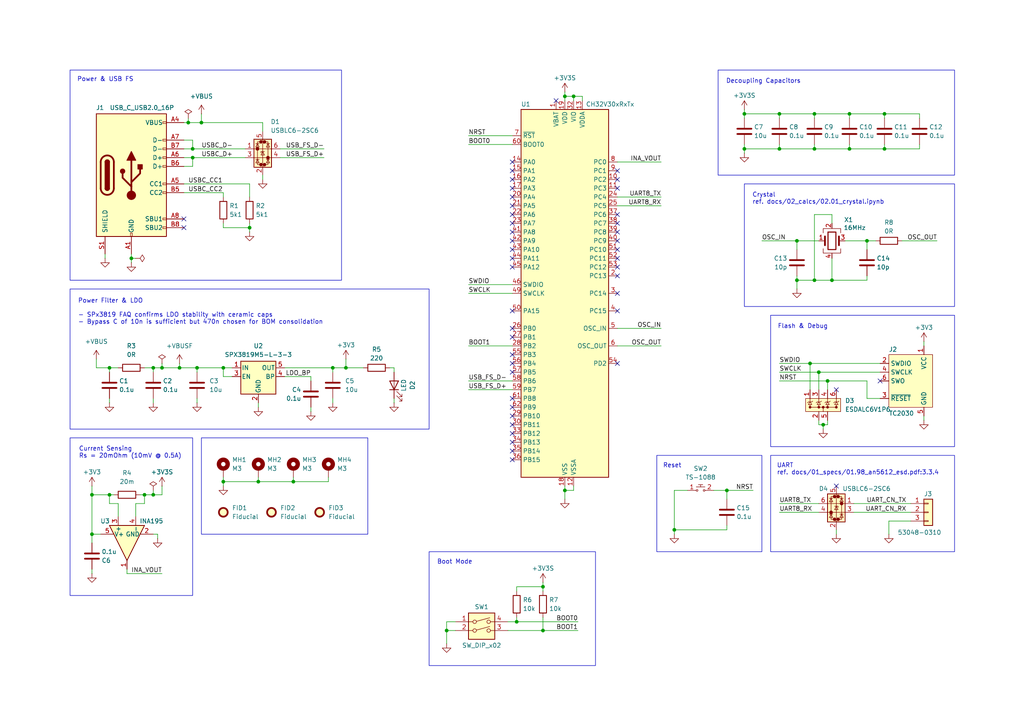
<source format=kicad_sch>
(kicad_sch (version 20250114) (generator "eeschema") (generator_version "9.0")
  (paper "A4")
  (title_block (title "CH32 Baseboard") (date "2025-12-09") (rev "B"))
  (rectangle (start 58.42 127) (end 106.68 154.94))
  (rectangle (start 223.52 91.44) (end 276.86 129.54))
  (rectangle (start 190.5 132.08) (end 220.98 160.02))
  (rectangle (start 223.52 132.08) (end 276.86 160.02))
  (rectangle (start 20.32 83.82) (end 124.46 124.46))
  (rectangle (start 20.32 127) (end 55.88 172.72))
  (rectangle (start 20.32 20.32) (end 99.06 81.28))
  (rectangle (start 208.28 20.32) (end 276.86 50.8))
  (rectangle (start 124.46 160.02) (end 172.72 193.04))
  (rectangle (start 215.9 53.34) (end 276.86 88.9))
  (text "UART\nref. docs/01_specs/01.98_an5612_esd.pdf:3.3.4" (at 225.298 134.366 0) (effects (font (size 1.27 1.27)) (justify left top)))
  (text "Current Sensing\nRs = 20mOhm (10mV @ 0.5A)" (at 22.86 129.54 0) (effects (font (size 1.27 1.27)) (justify left top)))
  (text "Reset" (at 192.278 134.366 0) (effects (font (size 1.27 1.27)) (justify left top)))
  (text "Crystal\nref. docs/02_calcs/02.01_crystal.ipynb" (at 218.186 55.88 0) (effects (font (size 1.27 1.27)) (justify left top)))
  (text "Power & USB FS" (at 22.352 22.352 0) (effects (font (size 1.27 1.27)) (justify left top)))
  (text "Decoupling Capacitors" (at 210.566 22.86 0) (effects (font (size 1.27 1.27)) (justify left top)))
  (text "Boot Mode" (at 126.746 162.306 0) (effects (font (size 1.27 1.27)) (justify left top)))
  (text "Flash & Debug" (at 225.552 93.98 0) (effects (font (size 1.27 1.27)) (justify left top)))
  (text "Power Filter & LDO\n\n- SPx3819 FAQ confirms LDO stability with ceramic caps\n- Bypass C of 10n is sufficient but 470n chosen for BOM consolidation" (at 22.606 86.614 0) (effects (font (size 1.27 1.27)) (justify left top)))
  (junction (at 246.38 33.02))
  (junction (at 231.14 81.28))
  (junction (at 240.03 110.49))
  (junction (at 256.54 43.18))
  (junction (at 226.06 33.02))
  (junction (at 64.77 139.7))
  (junction (at 129.54 182.88))
  (junction (at 236.22 43.18))
  (junction (at 256.54 33.02))
  (junction (at 85.09 139.7))
  (junction (at 44.45 143.51))
  (junction (at 234.95 105.41))
  (junction (at 31.75 143.51))
  (junction (at 31.75 106.68))
  (junction (at 231.14 69.85))
  (junction (at 149.86 180.34))
  (junction (at 237.49 107.95))
  (junction (at 44.45 106.68))
  (junction (at 41.91 143.51))
  (junction (at 64.77 106.68))
  (junction (at 226.06 43.18))
  (junction (at 58.42 35.56))
  (junction (at 163.83 27.94))
  (junction (at 166.37 27.94))
  (junction (at 215.9 33.02))
  (junction (at 74.93 139.7))
  (junction (at 38.1 74.93))
  (junction (at 210.82 142.24))
  (junction (at 163.83 142.24))
  (junction (at 157.48 182.88))
  (junction (at 251.46 69.85))
  (junction (at 246.38 43.18))
  (junction (at 157.48 170.18))
  (junction (at 54.61 35.56))
  (junction (at 46.99 106.68))
  (junction (at 57.15 106.68))
  (junction (at 236.22 33.02))
  (junction (at 241.3 81.28))
  (junction (at 72.39 66.04))
  (junction (at 195.58 153.67))
  (junction (at 52.07 106.68))
  (junction (at 100.33 106.68))
  (junction (at 26.67 143.51))
  (junction (at 26.67 154.94))
  (junction (at 238.76 123.19))
  (junction (at 236.22 81.28))
  (junction (at 215.9 43.18))
  (junction (at 55.88 45.72))
  (junction (at 96.52 106.68))
  (junction (at 55.88 43.18))
  (no_connect (at 53.34 66.04))
  (no_connect (at 179.07 54.61))
  (no_connect (at 179.07 67.31))
  (no_connect (at 161.29 29.21))
  (no_connect (at 148.59 107.95))
  (no_connect (at 148.59 105.41))
  (no_connect (at 179.07 72.39))
  (no_connect (at 179.07 90.17))
  (no_connect (at 179.07 69.85))
  (no_connect (at 179.07 105.41))
  (no_connect (at 148.59 67.31))
  (no_connect (at 148.59 57.15))
  (no_connect (at 148.59 120.65))
  (no_connect (at 242.57 113.03))
  (no_connect (at 148.59 133.35))
  (no_connect (at 148.59 123.19))
  (no_connect (at 148.59 128.27))
  (no_connect (at 242.57 140.97))
  (no_connect (at 148.59 49.53))
  (no_connect (at 148.59 102.87))
  (no_connect (at 148.59 62.23))
  (no_connect (at 53.34 63.5))
  (no_connect (at 148.59 118.11))
  (no_connect (at 255.27 110.49))
  (no_connect (at 179.07 74.93))
  (no_connect (at 148.59 77.47))
  (no_connect (at 148.59 69.85))
  (no_connect (at 179.07 77.47))
  (no_connect (at 148.59 59.69))
  (no_connect (at 148.59 64.77))
  (no_connect (at 148.59 125.73))
  (no_connect (at 179.07 80.01))
  (no_connect (at 148.59 74.93))
  (no_connect (at 148.59 130.81))
  (no_connect (at 148.59 72.39))
  (no_connect (at 179.07 85.09))
  (no_connect (at 148.59 95.25))
  (no_connect (at 148.59 90.17))
  (no_connect (at 148.59 97.79))
  (no_connect (at 148.59 52.07))
  (no_connect (at 179.07 62.23))
  (no_connect (at 179.07 49.53))
  (no_connect (at 179.07 52.07))
  (no_connect (at 148.59 46.99))
  (no_connect (at 179.07 64.77))
  (no_connect (at 148.59 54.61))
  (no_connect (at 148.59 115.57))
  (wire (pts (xy 39.37 149.86) (xy 39.37 146.05)))
  (wire (pts (xy 100.33 104.14) (xy 100.33 106.68)))
  (wire (pts (xy 31.75 106.68) (xy 31.75 107.95)))
  (wire (pts (xy 82.55 106.68) (xy 96.52 106.68)))
  (wire (pts (xy 266.7 41.91) (xy 266.7 43.18)))
  (wire (pts (xy 54.61 35.56) (xy 58.42 35.56)))
  (wire (pts (xy 55.88 40.64) (xy 55.88 43.18)))
  (wire (pts (xy 38.1 74.93) (xy 38.1 76.2)))
  (wire (pts (xy 237.49 107.95) (xy 237.49 113.03)))
  (wire (pts (xy 41.91 143.51) (xy 44.45 143.51)))
  (wire (pts (xy 163.83 140.97) (xy 163.83 142.24)))
  (wire (pts (xy 72.39 66.04) (xy 72.39 67.31)))
  (wire (pts (xy 90.17 109.22) (xy 90.17 110.49)))
  (wire (pts (xy 64.77 138.43) (xy 64.77 139.7)))
  (wire (pts (xy 236.22 43.18) (xy 226.06 43.18)))
  (wire (pts (xy 76.2 38.1) (xy 76.2 35.56)))
  (wire (pts (xy 149.86 171.45) (xy 149.86 170.18)))
  (wire (pts (xy 251.46 69.85) (xy 254 69.85)))
  (wire (pts (xy 215.9 31.75) (xy 215.9 33.02)))
  (wire (pts (xy 46.99 143.51) (xy 46.99 140.97)))
  (wire (pts (xy 96.52 106.68) (xy 100.33 106.68)))
  (wire (pts (xy 267.97 99.06) (xy 267.97 100.33)))
  (wire (pts (xy 256.54 41.91) (xy 256.54 43.18)))
  (wire (pts (xy 34.29 146.05) (xy 31.75 146.05)))
  (wire (pts (xy 168.91 27.94) (xy 166.37 27.94)))
  (wire (pts (xy 147.32 182.88) (xy 157.48 182.88)))
  (wire (pts (xy 236.22 41.91) (xy 236.22 43.18)))
  (wire (pts (xy 267.97 120.65) (xy 267.97 121.92)))
  (wire (pts (xy 195.58 142.24) (xy 199.39 142.24)))
  (wire (pts (xy 58.42 33.02) (xy 58.42 35.56)))
  (wire (pts (xy 234.95 105.41) (xy 234.95 113.03)))
  (wire (pts (xy 247.65 148.59) (xy 264.16 148.59)))
  (wire (pts (xy 129.54 180.34) (xy 129.54 182.88)))
  (wire (pts (xy 226.06 33.02) (xy 215.9 33.02)))
  (wire (pts (xy 163.83 27.94) (xy 163.83 29.21)))
  (wire (pts (xy 166.37 27.94) (xy 163.83 27.94)))
  (wire (pts (xy 135.89 113.03) (xy 148.59 113.03)))
  (wire (pts (xy 53.34 40.64) (xy 55.88 40.64)))
  (wire (pts (xy 215.9 43.18) (xy 226.06 43.18)))
  (wire (pts (xy 157.48 168.91) (xy 157.48 170.18)))
  (wire (pts (xy 247.65 146.05) (xy 264.16 146.05)))
  (wire (pts (xy 64.77 55.88) (xy 64.77 57.15)))
  (wire (pts (xy 226.06 146.05) (xy 237.49 146.05)))
  (wire (pts (xy 256.54 34.29) (xy 256.54 33.02)))
  (wire (pts (xy 132.08 180.34) (xy 129.54 180.34)))
  (wire (pts (xy 39.37 146.05) (xy 41.91 146.05)))
  (wire (pts (xy 210.82 144.78) (xy 210.82 142.24)))
  (wire (pts (xy 256.54 33.02) (xy 246.38 33.02)))
  (wire (pts (xy 231.14 69.85) (xy 237.49 69.85)))
  (wire (pts (xy 44.45 143.51) (xy 46.99 143.51)))
  (wire (pts (xy 241.3 62.23) (xy 236.22 62.23)))
  (wire (pts (xy 251.46 110.49) (xy 251.46 115.57)))
  (wire (pts (xy 149.86 170.18) (xy 157.48 170.18)))
  (wire (pts (xy 226.06 33.02) (xy 226.06 34.29)))
  (wire (pts (xy 64.77 64.77) (xy 64.77 66.04)))
  (wire (pts (xy 149.86 180.34) (xy 167.64 180.34)))
  (wire (pts (xy 82.55 109.22) (xy 90.17 109.22)))
  (wire (pts (xy 81.28 45.72) (xy 93.98 45.72)))
  (wire (pts (xy 135.89 100.33) (xy 148.59 100.33)))
  (wire (pts (xy 135.89 39.37) (xy 148.59 39.37)))
  (wire (pts (xy 46.99 106.68) (xy 52.07 106.68)))
  (wire (pts (xy 237.49 107.95) (xy 255.27 107.95)))
  (wire (pts (xy 30.48 73.66) (xy 30.48 74.93)))
  (wire (pts (xy 26.67 157.48) (xy 26.67 154.94)))
  (wire (pts (xy 41.91 146.05) (xy 41.91 143.51)))
  (wire (pts (xy 135.89 41.91) (xy 148.59 41.91)))
  (wire (pts (xy 261.62 69.85) (xy 271.78 69.85)))
  (wire (pts (xy 215.9 41.91) (xy 215.9 43.18)))
  (wire (pts (xy 85.09 138.43) (xy 85.09 139.7)))
  (wire (pts (xy 251.46 115.57) (xy 255.27 115.57)))
  (wire (pts (xy 231.14 69.85) (xy 231.14 72.39)))
  (wire (pts (xy 31.75 115.57) (xy 31.75 116.84)))
  (wire (pts (xy 149.86 180.34) (xy 147.32 180.34)))
  (wire (pts (xy 241.3 81.28) (xy 236.22 81.28)))
  (wire (pts (xy 46.99 105.41) (xy 46.99 106.68)))
  (wire (pts (xy 237.49 121.92) (xy 237.49 123.19)))
  (wire (pts (xy 241.3 74.93) (xy 241.3 81.28)))
  (wire (pts (xy 31.75 146.05) (xy 31.75 143.51)))
  (wire (pts (xy 96.52 106.68) (xy 96.52 107.95)))
  (wire (pts (xy 226.06 110.49) (xy 240.03 110.49)))
  (wire (pts (xy 157.48 182.88) (xy 167.64 182.88)))
  (wire (pts (xy 166.37 29.21) (xy 166.37 27.94)))
  (wire (pts (xy 64.77 66.04) (xy 72.39 66.04)))
  (wire (pts (xy 53.34 48.26) (xy 55.88 48.26)))
  (wire (pts (xy 257.81 151.13) (xy 264.16 151.13)))
  (wire (pts (xy 210.82 142.24) (xy 218.44 142.24)))
  (wire (pts (xy 57.15 106.68) (xy 64.77 106.68)))
  (wire (pts (xy 135.89 85.09) (xy 148.59 85.09)))
  (wire (pts (xy 179.07 100.33) (xy 191.77 100.33)))
  (wire (pts (xy 231.14 81.28) (xy 231.14 83.82)))
  (wire (pts (xy 207.01 142.24) (xy 210.82 142.24)))
  (wire (pts (xy 238.76 123.19) (xy 240.03 123.19)))
  (wire (pts (xy 44.45 106.68) (xy 44.45 107.95)))
  (wire (pts (xy 240.03 110.49) (xy 251.46 110.49)))
  (wire (pts (xy 231.14 80.01) (xy 231.14 81.28)))
  (wire (pts (xy 74.93 138.43) (xy 74.93 139.7)))
  (wire (pts (xy 129.54 182.88) (xy 132.08 182.88)))
  (wire (pts (xy 95.25 138.43) (xy 95.25 139.7)))
  (wire (pts (xy 236.22 62.23) (xy 236.22 81.28)))
  (wire (pts (xy 157.48 170.18) (xy 157.48 171.45)))
  (wire (pts (xy 34.29 149.86) (xy 34.29 146.05)))
  (wire (pts (xy 36.83 166.37) (xy 46.99 166.37)))
  (wire (pts (xy 220.98 69.85) (xy 231.14 69.85)))
  (wire (pts (xy 55.88 48.26) (xy 55.88 45.72)))
  (wire (pts (xy 266.7 43.18) (xy 256.54 43.18)))
  (wire (pts (xy 179.07 57.15) (xy 191.77 57.15)))
  (wire (pts (xy 251.46 81.28) (xy 241.3 81.28)))
  (wire (pts (xy 246.38 34.29) (xy 246.38 33.02)))
  (wire (pts (xy 26.67 154.94) (xy 29.21 154.94)))
  (wire (pts (xy 246.38 43.18) (xy 236.22 43.18)))
  (wire (pts (xy 64.77 109.22) (xy 64.77 106.68)))
  (wire (pts (xy 241.3 64.77) (xy 241.3 62.23)))
  (wire (pts (xy 179.07 59.69) (xy 191.77 59.69)))
  (wire (pts (xy 27.94 106.68) (xy 31.75 106.68)))
  (wire (pts (xy 85.09 139.7) (xy 95.25 139.7)))
  (wire (pts (xy 52.07 106.68) (xy 57.15 106.68)))
  (wire (pts (xy 215.9 43.18) (xy 215.9 44.45)))
  (wire (pts (xy 135.89 82.55) (xy 148.59 82.55)))
  (wire (pts (xy 246.38 41.91) (xy 246.38 43.18)))
  (wire (pts (xy 38.1 74.93) (xy 39.37 74.93)))
  (wire (pts (xy 179.07 46.99) (xy 191.77 46.99)))
  (wire (pts (xy 114.3 107.95) (xy 114.3 106.68)))
  (wire (pts (xy 234.95 105.41) (xy 255.27 105.41)))
  (wire (pts (xy 40.64 143.51) (xy 41.91 143.51)))
  (wire (pts (xy 44.45 106.68) (xy 46.99 106.68)))
  (wire (pts (xy 226.06 105.41) (xy 234.95 105.41)))
  (wire (pts (xy 44.45 115.57) (xy 44.45 116.84)))
  (wire (pts (xy 55.88 45.72) (xy 71.12 45.72)))
  (wire (pts (xy 114.3 106.68) (xy 113.03 106.68)))
  (wire (pts (xy 226.06 107.95) (xy 237.49 107.95)))
  (wire (pts (xy 157.48 182.88) (xy 157.48 179.07)))
  (wire (pts (xy 27.94 104.14) (xy 27.94 106.68)))
  (wire (pts (xy 163.83 142.24) (xy 163.83 144.78)))
  (wire (pts (xy 64.77 106.68) (xy 67.31 106.68)))
  (wire (pts (xy 64.77 139.7) (xy 64.77 140.97)))
  (wire (pts (xy 195.58 153.67) (xy 210.82 153.67)))
  (wire (pts (xy 57.15 107.95) (xy 57.15 106.68)))
  (wire (pts (xy 26.67 143.51) (xy 31.75 143.51)))
  (wire (pts (xy 44.45 154.94) (xy 45.72 154.94)))
  (wire (pts (xy 57.15 115.57) (xy 57.15 116.84)))
  (wire (pts (xy 251.46 69.85) (xy 251.46 72.39)))
  (wire (pts (xy 242.57 153.67) (xy 242.57 154.94)))
  (wire (pts (xy 53.34 55.88) (xy 64.77 55.88)))
  (wire (pts (xy 236.22 81.28) (xy 231.14 81.28)))
  (wire (pts (xy 237.49 123.19) (xy 238.76 123.19)))
  (wire (pts (xy 74.93 116.84) (xy 74.93 118.11)))
  (wire (pts (xy 251.46 80.01) (xy 251.46 81.28)))
  (wire (pts (xy 166.37 142.24) (xy 163.83 142.24)))
  (wire (pts (xy 240.03 110.49) (xy 240.03 113.03)))
  (wire (pts (xy 55.88 43.18) (xy 71.12 43.18)))
  (wire (pts (xy 74.93 139.7) (xy 85.09 139.7)))
  (wire (pts (xy 41.91 106.68) (xy 44.45 106.68)))
  (wire (pts (xy 168.91 29.21) (xy 168.91 27.94)))
  (wire (pts (xy 38.1 73.66) (xy 38.1 74.93)))
  (wire (pts (xy 52.07 105.41) (xy 52.07 106.68)))
  (wire (pts (xy 55.88 45.72) (xy 53.34 45.72)))
  (wire (pts (xy 215.9 33.02) (xy 215.9 34.29)))
  (wire (pts (xy 64.77 139.7) (xy 74.93 139.7)))
  (wire (pts (xy 36.83 165.1) (xy 36.83 166.37)))
  (wire (pts (xy 246.38 33.02) (xy 236.22 33.02)))
  (wire (pts (xy 238.76 123.19) (xy 238.76 124.46)))
  (wire (pts (xy 266.7 33.02) (xy 256.54 33.02)))
  (wire (pts (xy 54.61 34.29) (xy 54.61 35.56)))
  (wire (pts (xy 135.89 110.49) (xy 148.59 110.49)))
  (wire (pts (xy 114.3 115.57) (xy 114.3 116.84)))
  (wire (pts (xy 45.72 154.94) (xy 45.72 156.21)))
  (wire (pts (xy 90.17 118.11) (xy 90.17 119.38)))
  (wire (pts (xy 149.86 179.07) (xy 149.86 180.34)))
  (wire (pts (xy 44.45 142.24) (xy 44.45 143.51)))
  (wire (pts (xy 257.81 154.94) (xy 257.81 151.13)))
  (wire (pts (xy 53.34 53.34) (xy 72.39 53.34)))
  (wire (pts (xy 129.54 186.69) (xy 129.54 182.88)))
  (wire (pts (xy 195.58 142.24) (xy 195.58 153.67)))
  (wire (pts (xy 67.31 109.22) (xy 64.77 109.22)))
  (wire (pts (xy 226.06 41.91) (xy 226.06 43.18)))
  (wire (pts (xy 195.58 153.67) (xy 195.58 154.94)))
  (wire (pts (xy 76.2 50.8) (xy 76.2 52.07)))
  (wire (pts (xy 55.88 43.18) (xy 53.34 43.18)))
  (wire (pts (xy 236.22 33.02) (xy 226.06 33.02)))
  (wire (pts (xy 26.67 165.1) (xy 26.67 166.37)))
  (wire (pts (xy 81.28 43.18) (xy 93.98 43.18)))
  (wire (pts (xy 26.67 143.51) (xy 26.67 154.94)))
  (wire (pts (xy 240.03 123.19) (xy 240.03 121.92)))
  (wire (pts (xy 236.22 34.29) (xy 236.22 33.02)))
  (wire (pts (xy 266.7 34.29) (xy 266.7 33.02)))
  (wire (pts (xy 166.37 140.97) (xy 166.37 142.24)))
  (wire (pts (xy 163.83 26.67) (xy 163.83 27.94)))
  (wire (pts (xy 251.46 69.85) (xy 245.11 69.85)))
  (wire (pts (xy 26.67 140.97) (xy 26.67 143.51)))
  (wire (pts (xy 58.42 35.56) (xy 76.2 35.56)))
  (wire (pts (xy 72.39 53.34) (xy 72.39 57.15)))
  (wire (pts (xy 96.52 115.57) (xy 96.52 116.84)))
  (wire (pts (xy 100.33 106.68) (xy 105.41 106.68)))
  (wire (pts (xy 226.06 148.59) (xy 237.49 148.59)))
  (wire (pts (xy 53.34 35.56) (xy 54.61 35.56)))
  (wire (pts (xy 34.29 106.68) (xy 31.75 106.68)))
  (wire (pts (xy 31.75 143.51) (xy 33.02 143.51)))
  (wire (pts (xy 256.54 43.18) (xy 246.38 43.18)))
  (wire (pts (xy 210.82 153.67) (xy 210.82 152.4)))
  (wire (pts (xy 179.07 95.25) (xy 191.77 95.25)))
  (wire (pts (xy 72.39 64.77) (xy 72.39 66.04)))
  (label "UART8_RX" (at 191.77 59.69 180))
  (label "USBC_D+" (at 58.42 45.72 0))
  (label "BOOT1" (at 167.64 182.88 180))
  (label "OSC_IN" (at 191.77 95.25 180))
  (label "UART_CN_RX" (at 262.89 148.59 180))
  (label "UART8_RX" (at 226.06 148.59 0))
  (label "USB_FS_D+" (at 135.89 113.03 0))
  (label "LDO_BP" (at 90.17 109.22 180))
  (label "USBC_CC2" (at 54.61 55.88 0))
  (label "UART8_TX" (at 226.06 146.05 0))
  (label "USB_FS_D+" (at 93.98 45.72 180))
  (label "NRST" (at 218.44 142.24 180))
  (label "BOOT0" (at 167.64 180.34 180))
  (label "UART8_TX" (at 191.77 57.15 180))
  (label "OSC_IN" (at 220.98 69.85 0))
  (label "USB_FS_D-" (at 135.89 110.49 0))
  (label "INA_VOUT" (at 46.99 166.37 180))
  (label "SWCLK" (at 226.06 107.95 0))
  (label "NRST" (at 226.06 110.49 0))
  (label "USBC_D-" (at 58.42 43.18 0))
  (label "SWDIO" (at 135.89 82.55 0))
  (label "INA_VOUT" (at 191.77 46.99 180))
  (label "SWDIO" (at 226.06 105.41 0))
  (label "USB_FS_D-" (at 93.98 43.18 180))
  (label "BOOT1" (at 135.89 100.33 0))
  (label "USBC_CC1" (at 54.61 53.34 0))
  (label "UART_CN_TX" (at 262.89 146.05 180))
  (label "SWCLK" (at 135.89 85.09 0))
  (label "OSC_OUT" (at 271.78 69.85 180))
  (label "NRST" (at 135.89 39.37 0))
  (label "BOOT0" (at 135.89 41.91 0))
  (label "OSC_OUT" (at 191.77 100.33 180))
  (symbol (lib_id "power:GND") (at 231.14 83.82 0) (unit 1)
    (property "Reference" "#PWR08" (effects (hide yes)))
    (property "Value" "GND" (effects (hide yes)))
    (property "Description" "Power symbol creates a global label with name \"GND\" , ground" (effects (hide yes)))
  )
  (symbol (lib_id "power:GND") (at 72.39 67.31 0) (mirror y) (unit 1)
    (property "Reference" "#PWR023" (effects (hide yes)))
    (property "Value" "GND" (effects (hide yes)))
    (property "Description" "Power symbol creates a global label with name \"GND\" , ground" (effects (hide yes)))
  )
  (symbol (lib_id "power:+3V3") (at 100.33 104.14 0) (unit 1)
    (property "Reference" "#PWR018" (effects (hide yes)))
    (property "Value" "+3V3" (at 100.33 100.076 0))
    (property "Description" "Power symbol creates a global label with name \"+3V3\"" (effects (hide yes)))
  )
  (symbol (lib_id "power:GND") (at 76.2 52.07 0) (mirror y) (unit 1)
    (property "Reference" "#PWR09" (effects (hide yes)))
    (property "Value" "GND" (effects (hide yes)))
    (property "Description" "Power symbol creates a global label with name \"GND\" , ground" (effects (hide yes)))
  )
  (symbol (lib_id "power:GND") (at 74.93 118.11 0) (unit 1)
    (property "Reference" "#PWR016" (effects (hide yes)))
    (property "Value" "GND" (effects (hide yes)))
    (property "Description" "Power symbol creates a global label with name \"GND\" , ground" (effects (hide yes)))
  )
  (symbol (lib_id "Device:C") (at 236.22 38.1 0) (unit 1)
    (property "Reference" "C9" (at 239.014 36.83 0) (effects (justify left)))
    (property "Value" "0.1u" (at 239.014 39.37 0) (effects (justify left)))
    (property "Footprint" "Capacitor_SMD:C_0402_1005Metric" (effects (hide yes)))
    (property "Description" "100nF 16V X7R ±10% 0402 Multilayer Ceramic Capacitors MLCC - SMD/SMT ROHS" (effects (hide yes)))
    (property "Manufacturer" "Samsung" (effects (hide yes)))
    (property "Manufacturer Part Number" "CL05B104KO5NNNC" (effects (hide yes)))
  )
  (symbol (lib_id "Device:C") (at 96.52 111.76 0) (unit 1)
    (property "Reference" "C5" (at 100.076 110.49 0) (effects (justify left)))
    (property "Value" "10u" (at 100.076 113.03 0) (effects (justify left)))
    (property "Footprint" "Capacitor_SMD:C_0805_2012Metric" (effects (hide yes)))
    (property "Description" "10uF 25V X5R ±10% 0805 Multilayer Ceramic Capacitors MLCC - SMD/SMT ROHS" (effects (hide yes)))
    (property "Manufacturer" "Samsung" (effects (hide yes)))
    (property "Manufacturer Part Number" "CL21A106KAYNNNE" (effects (hide yes)))
  )
  (symbol (lib_id "power:GND") (at 114.3 116.84 0) (unit 1)
    (property "Reference" "#PWR033" (effects (hide yes)))
    (property "Value" "GND" (effects (hide yes)))
    (property "Description" "Power symbol creates a global label with name \"GND\" , ground" (effects (hide yes)))
  )
  (symbol (lib_id "power:GND") (at 238.76 124.46 0) (mirror y) (unit 1)
    (property "Reference" "#PWR026" (effects (hide yes)))
    (property "Value" "GND" (effects (hide yes)))
    (property "Description" "Power symbol creates a global label with name \"GND\" , ground" (effects (hide yes)))
  )
  (symbol (lib_id "Device:C") (at 26.67 161.29 0) (mirror x) (unit 1)
    (property "Reference" "C6" (at 29.464 162.56 0) (effects (justify left)))
    (property "Value" "0.1u" (at 29.464 160.02 0) (effects (justify left)))
    (property "Footprint" "Capacitor_SMD:C_0402_1005Metric" (effects (hide yes)))
    (property "Description" "100nF 16V X7R ±10% 0402 Multilayer Ceramic Capacitors MLCC - SMD/SMT ROHS" (effects (hide yes)))
    (property "Manufacturer" "Samsung" (effects (hide yes)))
    (property "Manufacturer Part Number" "CL05B104KO5NNNC" (effects (hide yes)))
  )
  (symbol (lib_id "power:+3V3") (at 157.48 168.91 0) (unit 1)
    (property "Reference" "#PWR07" (effects (hide yes)))
    (property "Value" "+3V3S" (at 157.48 164.846 0))
    (property "Description" "Power symbol creates a global label with name \"+3V3\"" (effects (hide yes)))
  )
  (symbol (lib_id "Power_Protection:USBLC6-2SC6") (at 76.2 43.18 0) (unit 1)
    (property "Reference" "D1" (at 78.486 35.306 0) (effects (justify left)))
    (property "Value" "USBLC6-2SC6" (at 78.486 37.846 0) (effects (justify left)))
    (property "Footprint" "Package_TO_SOT_SMD:SOT-23-6" (effects (hide yes)))
    (property "Datasheet" "https://www.st.com/resource/en/datasheet/usblc6-2.pdf" (effects (hide yes)))
    (property "Description" "Very low capacitance ESD protection diode, 2 data-line, SOT-23-6" (effects (hide yes)))
  )
  (symbol (lib_id "Power_Protection:USBLC6-2SC6") (at 242.57 146.05 0) (mirror y) (unit 1)
    (property "Reference" "D4" (at 237.49 141.732 0) (effects (justify right)))
    (property "Value" "USBLC6-2SC6" (at 244.348 141.732 0) (effects (justify right)))
    (property "Footprint" "Package_TO_SOT_SMD:SOT-23-6" (effects (hide yes)))
    (property "Datasheet" "https://www.st.com/resource/en/datasheet/usblc6-2.pdf" (effects (hide yes)))
    (property "Description" "Very low capacitance ESD protection diode, 2 data-line, SOT-23-6" (effects (hide yes)))
  )
  (symbol (lib_id "power:GND") (at 195.58 154.94 0) (unit 1)
    (property "Reference" "#PWR05" (effects (hide yes)))
    (property "Value" "GND" (effects (hide yes)))
    (property "Description" "Power symbol creates a global label with name \"GND\" , ground" (effects (hide yes)))
  )
  (symbol (lib_id "power:GND") (at 163.83 144.78 0) (unit 1)
    (property "Reference" "#PWR01" (effects (hide yes)))
    (property "Value" "GND" (effects (hide yes)))
    (property "Description" "Power symbol creates a global label with name \"GND\" , ground" (effects (hide yes)))
  )
  (symbol (lib_id "Device:C") (at 246.38 38.1 0) (unit 1)
    (property "Reference" "C10" (at 249.174 36.83 0) (effects (justify left)))
    (property "Value" "0.1u" (at 249.174 39.37 0) (effects (justify left)))
    (property "Footprint" "Capacitor_SMD:C_0402_1005Metric" (effects (hide yes)))
    (property "Description" "100nF 16V X7R ±10% 0402 Multilayer Ceramic Capacitors MLCC - SMD/SMT ROHS" (effects (hide yes)))
    (property "Manufacturer" "Samsung" (effects (hide yes)))
    (property "Manufacturer Part Number" "CL05B104KO5NNNC" (effects (hide yes)))
  )
  (symbol (lib_id "Device:R") (at 149.86 175.26 0) (unit 1)
    (property "Reference" "R6" (at 151.638 173.99 0) (effects (justify left)))
    (property "Value" "10k" (at 151.638 176.53 0) (effects (justify left)))
    (property "Footprint" "Resistor_SMD:R_0603_1608Metric" (effects (hide yes)))
    (property "Datasheet" "https://jlcpcb.com/api/file/downloadByFileSystemAccessId/8579706381320323072" (effects (hide yes)))
    (property "Description" "-55℃~+155℃ 100mW 10kΩ 75V Thick Film Resistor ±1% ±100ppm/℃ 0603 Chip Resistor - Surface Mount ROHS" (effects (hide yes)))
    (property "Manufacturer" "UNI-ROYAL" (effects (hide yes)))
    (property "Manufacturer Part Number" "0603WAF1002T5E" (effects (hide yes)))
  )
  (symbol (lib_id "power:+3V3") (at 46.99 140.97 0) (unit 1)
    (property "Reference" "#PWR032" (effects (hide yes)))
    (property "Value" "+3V3S" (at 46.99 136.906 0))
    (property "Description" "Power symbol creates a global label with name \"+3V3\"" (effects (hide yes)))
  )
  (symbol (lib_id "power:GND") (at 215.9 44.45 0) (unit 1)
    (property "Reference" "#PWR03" (effects (hide yes)))
    (property "Value" "GND" (effects (hide yes)))
    (property "Description" "Power symbol creates a global label with name \"GND\" , ground" (effects (hide yes)))
  )
  (symbol (lib_id "power:GND") (at 96.52 116.84 0) (unit 1)
    (property "Reference" "#PWR015" (effects (hide yes)))
    (property "Value" "GND" (effects (hide yes)))
    (property "Description" "Power symbol creates a global label with name \"GND\" , ground" (effects (hide yes)))
  )
  (symbol (lib_id "power:PWR_FLAG") (at 44.45 142.24 0) (unit 1)
    (property "Reference" "#FLG04" (effects (hide yes)))
    (property "Value" "PWR_FLAG" (effects (hide yes)))
    (property "Description" "Special symbol for telling ERC where power comes from" (effects (hide yes)))
  )
  (symbol (lib_id "Device:C") (at 44.45 111.76 0) (unit 1)
    (property "Reference" "C2" (at 47.244 110.49 0) (effects (justify left)))
    (property "Value" "0.1u" (at 47.244 113.03 0) (effects (justify left)))
    (property "Footprint" "Capacitor_SMD:C_0402_1005Metric" (effects (hide yes)))
    (property "Description" "100nF 16V X7R ±10% 0402 Multilayer Ceramic Capacitors MLCC - SMD/SMT ROHS" (effects (hide yes)))
    (property "Manufacturer" "Samsung" (effects (hide yes)))
    (property "Manufacturer Part Number" "CL05B104KO5NNNC" (effects (hide yes)))
  )
  (symbol (lib_id "Connector:Conn_ARM_SWD_TagConnect_TC2030") (at 265.43 110.49 0) (mirror y) (unit 1) (in_bom no)
    (property "Reference" "J2" (at 257.81 101.346 0) (effects (justify right)))
    (property "Value" "TC2030" (at 257.81 119.888 0) (effects (justify right)))
    (property "Footprint" "Connector:Tag-Connect_TC2030-IDC-FP_2x03_P1.27mm_Vertical" (effects (hide yes)))
    (property "Datasheet" "https://www.tag-connect.com/wp-content/uploads/bsk-pdf-manager/TC2030-CTX_1.pdf" (effects (hide yes)))
    (property "Description" "Tag-Connect ARM Cortex SWD JTAG connector, 6 pin" (effects (hide yes)))
  )
  (symbol (lib_id "Device:Crystal_GND24") (at 241.3 69.85 0) (unit 1)
    (property "Reference" "X1" (at 246.126 63.754 0))
    (property "Value" "16MHz" (at 247.904 66.04 0))
    (property "Footprint" "Crystal:Crystal_SMD_3225-4Pin_3.2x2.5mm" (effects (hide yes)))
    (property "Datasheet" "https://jlcpcb.com/api/file/downloadByFileSystemAccessId/8588879072148017152" (effects (hide yes)))
    (property "Description" "-40℃~+85℃ 16MHz 9pF Crystal Oscillator ±10ppm ±20ppm SMD3225-4P Crystals ROHS" (effects (hide yes)))
    (property "Manufacturer" "YXC Crystal Oscillators" (effects (hide yes)))
    (property "Manufacturer Part Number" "X322516MLB4SI" (effects (hide yes)))
  )
  (symbol (lib_id "Device:C") (at 256.54 38.1 0) (unit 1)
    (property "Reference" "C11" (at 259.334 36.83 0) (effects (justify left)))
    (property "Value" "0.1u" (at 259.334 39.37 0) (effects (justify left)))
    (property "Footprint" "Capacitor_SMD:C_0402_1005Metric" (effects (hide yes)))
    (property "Description" "100nF 16V X7R ±10% 0402 Multilayer Ceramic Capacitors MLCC - SMD/SMT ROHS" (effects (hide yes)))
    (property "Manufacturer" "Samsung" (effects (hide yes)))
    (property "Manufacturer Part Number" "CL05B104KO5NNNC" (effects (hide yes)))
  )
  (symbol (lib_id "power:+3V3") (at 26.67 140.97 0) (unit 1)
    (property "Reference" "#PWR027" (effects (hide yes)))
    (property "Value" "+3V3" (at 26.67 136.906 0))
    (property "Description" "Power symbol creates a global label with name \"+3V3\"" (effects (hide yes)))
  )
  (symbol (lib_id "Mechanical:Fiducial") (at 64.77 148.59 0) (unit 1) (in_bom no)
    (property "Reference" "FID1" (at 67.31 147.3199 0) (effects (justify left)))
    (property "Value" "Fiducial" (at 67.31 149.8599 0) (effects (justify left)))
    (property "Footprint" "Fiducial:Fiducial_1mm_Mask2mm" (effects (hide yes)))
    (property "Description" "Fiducial Marker" (effects (hide yes)))
  )
  (symbol (lib_id "Device:R") (at 38.1 106.68 90) (unit 1)
    (property "Reference" "R3" (at 38.1 100.33 90))
    (property "Value" "0R" (at 38.1 102.87 90))
    (property "Footprint" "Resistor_SMD:R_0805_2012Metric_Pad1.20x1.40mm_HandSolder" (effects (hide yes)))
    (property "Description" "-55℃~+155℃ 0Ω 125mW 150V Thick Film Resistor ±1% ±800ppm/℃ 0805 Chip Resistor - Surface Mount ROHS" (effects (hide yes)))
    (property "Manufacturer" "UNI-ROYAL(Uniroyal Elec)" (effects (hide yes)))
    (property "Manufacturer Part Number" "0805W8F0000T5E" (effects (hide yes)))
  )
  (symbol (lib_id "Device:R") (at 36.83 143.51 90) (unit 1)
    (property "Reference" "R4" (at 36.83 137.16 90))
    (property "Value" "20m" (at 36.83 139.7 90))
    (property "Footprint" "Resistor_SMD:R_1206_3216Metric" (effects (hide yes)))
    (property "Datasheet" "https://jlcpcb.com/api/file/downloadByFileSystemAccessId/8588900428331290624" (effects (hide yes)))
    (property "Description" "1W 20mΩ SMD ±1% ±50ppm/℃ 1206 Current Sense Resistors / Shunt Resistors ROHS" (effects (hide yes)))
    (property "Manufacturer" "RALEC" (effects (hide yes)))
    (property "Manufacturer Part Number" "LR1206-21R020F4" (effects (hide yes)))
  )
  (symbol (lib_id "power:GND") (at 57.15 116.84 0) (unit 1)
    (property "Reference" "#PWR014" (effects (hide yes)))
    (property "Value" "GND" (effects (hide yes)))
    (property "Description" "Power symbol creates a global label with name \"GND\" , ground" (effects (hide yes)))
  )
  (symbol (lib_id "Switch:SW_DIP_x02") (at 139.7 182.88 0) (unit 1)
    (property "Reference" "SW1" (at 139.7 176.022 0))
    (property "Value" "SW_DIP_x02" (at 139.7 187.198 0))
    (property "Footprint" "Button_Switch_SMD:SW_DIP_SPSTx02_Slide_6.7x6.64mm_W8.61mm_P2.54mm_LowProfile" (effects (hide yes)))
    (property "Datasheet" "https://jlcpcb.com/api/file/downloadByFileSystemAccessId/8590903378522288128" (effects (hide yes)))
    (property "Description" "-30℃~+85℃ 2 2.54mm 24V 25mA 3,000 Cycles Black SMD,P=2.54mm DIP Switches ROHS" (effects (hide yes)))
    (property "Manufacturer" "SM Switch" (effects (hide yes)))
    (property "Manufacturer Part Number" "SMXS-02K-TP" (effects (hide yes)))
  )
  (symbol (lib_id "Device:LED") (at 114.3 111.76 90) (unit 1)
    (property "Reference" "D2" (at 119.634 111.76 0))
    (property "Value" "LED" (at 117.094 111.76 0))
    (property "Footprint" "LED_SMD:LED_0603_1608Metric" (effects (hide yes)))
    (property "Datasheet" "100mW 120° 2.6V~3.1V 360mcd 5mA Discrete Diode White Yellow Lens op View Mount 0603 LED Indication - Discrete ROHS" (effects (hide yes)))
    (property "Description" "Light emitting diode" (effects (hide yes)))
    (property "Sim.Pins" "1=K 2=A" (effects (hide yes)))
    (property "Manufacturer" " Hubei KENTO Elec" (effects (hide yes)))
    (property "Manufacturer Part Number" "KT-0603W" (effects (hide yes)))
  )
  (symbol (lib_id "Mechanical:MountingHole_Pad") (at 85.09 135.89 0) (unit 1) (in_bom no)
    (property "Reference" "MH3" (at 87.63 133.3499 0) (effects (justify left)))
    (property "Value" "M3" (at 87.63 135.8899 0) (effects (justify left)))
    (property "Footprint" "MountingHole:MountingHole_3.2mm_M3_Pad_Via" (effects (hide yes)))
    (property "Description" "Mounting Hole with connection" (effects (hide yes)))
  )
  (symbol (lib_id "power:PWR_FLAG") (at 39.37 74.93 270) (unit 1)
    (property "Reference" "#FLG02" (effects (hide yes)))
    (property "Value" "PWR_FLAG" (effects (hide yes)))
    (property "Description" "Special symbol for telling ERC where power comes from" (effects (hide yes)))
  )
  (symbol (lib_id "MCU_WCH_RiscV:CH32V30xRxTx") (at 163.83 85.09 0) (unit 1)
    (property "Reference" "U1" (at 151.13 30.226 0) (effects (justify left)))
    (property "Value" "CH32V30xRxTx" (at 169.926 30.226 0) (effects (justify left)))
    (property "Footprint" "Package_QFP:LQFP-64_10x10mm_P0.5mm" (effects (hide yes)))
    (property "Datasheet" "http://www.wch-ic.com/products/CH32V307.html?" (effects (hide yes)))
    (property "Description" "The CH32V303/5/7 is an connectivity MCUs based on 32-bit RISC-V core." (effects (hide yes)))
    (property "JLCPCB" "C2988083" (effects (hide yes)))
  )
  (symbol (lib_id "Device:C") (at 266.7 38.1 0) (unit 1)
    (property "Reference" "C12" (at 269.494 36.83 0) (effects (justify left)))
    (property "Value" "0.1u" (at 269.494 39.37 0) (effects (justify left)))
    (property "Footprint" "Capacitor_SMD:C_0402_1005Metric" (effects (hide yes)))
    (property "Description" "100nF 16V X7R ±10% 0402 Multilayer Ceramic Capacitors MLCC - SMD/SMT ROHS" (effects (hide yes)))
    (property "Manufacturer" "Samsung" (effects (hide yes)))
    (property "Manufacturer Part Number" "CL05B104KO5NNNC" (effects (hide yes)))
  )
  (symbol (lib_id "Connector:USB_C_Receptacle_USB2.0_16P") (at 38.1 50.8 0) (unit 1)
    (property "Reference" "J1" (at 30.226 31.242 0) (effects (justify right)))
    (property "Value" "USB_C_USB2.0_16P" (at 50.546 31.242 0) (effects (justify right)))
    (property "Footprint" "Connector_USB:USB_C_Receptacle_GCT_USB4105-xx-A_16P_TopMnt_Horizontal" (effects (hide yes)))
    (property "Datasheet" "https://jlcpcb.com/api/file/downloadByFileSystemAccessId/8588920841703079936" (effects (hide yes)))
    (property "Description" "USB 2.0-only 16P Type-C Receptacle connector" (effects (hide yes)))
    (property "Manufacturer" "SHOU HAN" (effects (hide yes)))
    (property "Manufacturer Part Number" "TYPE-C 16PIN 2MD(073)" (effects (hide yes)))
    (property "JLCPCB Part Number" "C2765186" (effects (hide yes)))
  )
  (symbol (lib_id "power:+3V3") (at 215.9 31.75 0) (unit 1)
    (property "Reference" "#PWR02" (effects (hide yes)))
    (property "Value" "+3V3S" (at 215.9 27.686 0))
    (property "Description" "Power symbol creates a global label with name \"+3V3\"" (effects (hide yes)))
  )
  (symbol (lib_id "power:+3V3") (at 267.97 99.06 0) (mirror y) (unit 1)
    (property "Reference" "#PWR022" (effects (hide yes)))
    (property "Value" "+3V3" (at 267.97 94.996 0))
    (property "Description" "Power symbol creates a global label with name \"+3V3\"" (effects (hide yes)))
  )
  (symbol (lib_id "Amplifier_Current:INA195") (at 36.83 157.48 90) (mirror x) (unit 1)
    (property "Reference" "U3" (at 30.48 151.13 90))
    (property "Value" "INA195" (at 43.942 151.13 90))
    (property "Footprint" "Package_TO_SOT_SMD:SOT-23-5" (effects (hide yes)))
    (property "Datasheet" "http://www.ti.com/lit/ds/symlink/ina193.pdf" (effects (hide yes)))
    (property "Description" "Current Shunt Monitor −16V to +80V Common-Mode Range, 100V/V, SOT-23-5" (effects (hide yes)))
  )
  (symbol (lib_id "power:PWR_FLAG") (at 54.61 34.29 0) (unit 1)
    (property "Reference" "#FLG01" (effects (hide yes)))
    (property "Value" "PWR_FLAG" (effects (hide yes)))
    (property "Description" "Special symbol for telling ERC where power comes from" (effects (hide yes)))
  )
  (symbol (lib_id "power:GND") (at 257.81 154.94 0) (mirror y) (unit 1)
    (property "Reference" "#PWR031" (effects (hide yes)))
    (property "Value" "GND" (effects (hide yes)))
    (property "Description" "Power symbol creates a global label with name \"GND\" , ground" (effects (hide yes)))
  )
  (symbol (lib_id "Connector_Generic:Conn_01x03") (at 269.24 148.59 0) (unit 1)
    (property "Reference" "J3" (at 267.97 143.256 0) (effects (justify left)))
    (property "Value" "53048-0310" (at 260.35 154.432 0) (effects (justify left)))
    (property "Footprint" "Connector_Molex:Molex_PicoBlade_53048-0310_1x03_P1.25mm_Horizontal" (effects (hide yes)))
    (property "Description" "-40℃~+85℃ 1 1.25mm 125V 1A 1x3P 3 3.5mm 3P 5.5mm 5.5mm PA Phosphor Bronze PicoBlade(MX 1.25) Right Angle Tin UL94V-0 White Push-Pull,P=1.25mm Wire To Board Connector ROHS" (effects (hide yes)))
    (property "Manufacturer" "MOLEX" (effects (hide yes)))
    (property "Manufacturer Part Number" "530480310" (effects (hide yes)))
  )
  (symbol (lib_id "power:VBUS") (at 58.42 33.02 0) (mirror y) (unit 1)
    (property "Reference" "#PWR010" (effects (hide yes)))
    (property "Value" "+VBUS" (at 58.42 27.94 0))
    (property "Description" "Power symbol creates a global label with name \"VBUS\"" (effects (hide yes)))
  )
  (symbol (lib_id "ch32-baseboard-lib:ESDALC6V1P6") (at 233.68 115.57 0) (unit 1)
    (property "Reference" "D3" (at 245.11 116.2049 0) (effects (justify left)))
    (property "Value" "ESDALC6V1P6" (at 245.11 118.7449 0) (effects (justify left)))
    (property "Footprint" "ch32-baseboard-lib:SOT-666IP-STM" (effects (hide yes)))
    (property "Datasheet" "https://www.st.com/resource/en/datasheet/esdalc6v1px.pdf" (effects (hide yes)))
    (property "Description" "Low capacitance Transil arrays for ESD protection" (effects (hide yes)))
    (property "Manufacturer" "STMicroelectronics" (effects (hide yes)))
    (property "Manufacturer Part Number" "ESDALC6V1P6" (effects (hide yes)))
  )
  (symbol (lib_id "Mechanical:Fiducial") (at 78.74 148.59 0) (unit 1) (in_bom no)
    (property "Reference" "FID2" (at 81.28 147.3199 0) (effects (justify left)))
    (property "Value" "Fiducial" (at 81.28 149.8599 0) (effects (justify left)))
    (property "Footprint" "Fiducial:Fiducial_1mm_Mask2mm" (effects (hide yes)))
    (property "Description" "Fiducial Marker" (effects (hide yes)))
  )
  (symbol (lib_id "Device:C") (at 90.17 114.3 0) (mirror y) (unit 1)
    (property "Reference" "C4" (at 87.376 113.03 0) (effects (justify left)))
    (property "Value" "0.1u" (at 87.376 115.57 0) (effects (justify left)))
    (property "Footprint" "Capacitor_SMD:C_0402_1005Metric" (effects (hide yes)))
    (property "Description" "100nF 16V X7R ±10% 0402 Multilayer Ceramic Capacitors MLCC - SMD/SMT ROHS" (effects (hide yes)))
    (property "Manufacturer" "Samsung" (effects (hide yes)))
    (property "Manufacturer Part Number" "CL05B104KO5NNNC" (effects (hide yes)))
  )
  (symbol (lib_id "Device:R") (at 72.39 60.96 0) (unit 1)
    (property "Reference" "R2" (at 74.168 59.69 0) (effects (justify left)))
    (property "Value" "5k1" (at 74.168 62.23 0) (effects (justify left)))
    (property "Footprint" "Resistor_SMD:R_0402_1005Metric" (effects (hide yes)))
    (property "Datasheet" "https://jlcpcb.com/api/file/downloadByFileSystemAccessId/8579706381320323072" (effects (hide yes)))
    (property "Description" "-55℃~+155℃ 5.1kΩ 50V 62.5mW Thick Film Resistor ±1% ±100ppm/℃ 0402 Chip Resistor - Surface Mount ROHS Copy" (effects (hide yes)))
    (property "Manufacturer" "UNI-ROYAL" (effects (hide yes)))
    (property "Manufacturer Part Number" "0402WGF5101TCE" (effects (hide yes)))
  )
  (symbol (lib_id "power:GND") (at 129.54 186.69 0) (unit 1)
    (property "Reference" "#PWR06" (effects (hide yes)))
    (property "Value" "GND" (effects (hide yes)))
    (property "Description" "Power symbol creates a global label with name \"GND\" , ground" (effects (hide yes)))
  )
  (symbol (lib_id "power:+3V3") (at 163.83 26.67 0) (unit 1)
    (property "Reference" "#PWR04" (effects (hide yes)))
    (property "Value" "+3V3S" (at 163.83 22.606 0))
    (property "Description" "Power symbol creates a global label with name \"+3V3\"" (effects (hide yes)))
  )
  (symbol (lib_id "ch32-baseboard-lib:TS-1088-AR") (at 203.2 142.24 0) (unit 1)
    (property "Reference" "SW2" (at 203.2 135.89 0))
    (property "Value" "TS-1088" (at 203.2 138.43 0))
    (property "Footprint" "Button_Switch_SMD:SW_SPST_TS-1088-xR020" (effects (hide yes)))
    (property "Datasheet" "https://jlcpcb.com/api/file/downloadByFileSystemAccessId/8588886944068096000" (effects (hide yes)))
    (property "Description" "Black round button SMD SPST surface mount tactile switch" (effects (hide yes)))
    (property "Manufacturer" "XUNPU" (effects (hide yes)))
    (property "Manufacturer Part Number" "TS-1088-AR02016" (effects (hide yes)))
  )
  (symbol (lib_id "Mechanical:MountingHole_Pad") (at 74.93 135.89 0) (unit 1) (in_bom no)
    (property "Reference" "MH2" (at 77.47 133.3499 0) (effects (justify left)))
    (property "Value" "M3" (at 77.47 135.8899 0) (effects (justify left)))
    (property "Footprint" "MountingHole:MountingHole_3.2mm_M3_Pad_Via" (effects (hide yes)))
    (property "Description" "Mounting Hole with connection" (effects (hide yes)))
  )
  (symbol (lib_id "Mechanical:Fiducial") (at 92.71 148.59 0) (unit 1) (in_bom no)
    (property "Reference" "FID3" (at 95.25 147.3199 0) (effects (justify left)))
    (property "Value" "Fiducial" (at 95.25 149.8599 0) (effects (justify left)))
    (property "Footprint" "Fiducial:Fiducial_1mm_Mask2mm" (effects (hide yes)))
    (property "Description" "Fiducial Marker" (effects (hide yes)))
  )
  (symbol (lib_id "Device:R") (at 109.22 106.68 90) (unit 1)
    (property "Reference" "R5" (at 109.22 101.346 90))
    (property "Value" "220" (at 109.22 103.886 90))
    (property "Footprint" "Resistor_SMD:R_0603_1608Metric" (effects (hide yes)))
    (property "Datasheet" "-55℃~+155℃ 100mW 220Ω 75V Thick Film Resistor ±1% ±100ppm/℃ 0603 Chip Resistor - Surface Mount ROHS" (effects (hide yes)))
    (property "Description" "Resistor" (effects (hide yes)))
    (property "Manufacturer" "UNI-ROYAL(Uniroyal Elec)" (effects (hide yes)))
    (property "Manufacturer Part Number" "0603WAF2200T5E" (effects (hide yes)))
  )
  (symbol (lib_id "power:GND") (at 38.1 76.2 0) (mirror y) (unit 1)
    (property "Reference" "#PWR020" (effects (hide yes)))
    (property "Value" "GND" (effects (hide yes)))
    (property "Description" "Power symbol creates a global label with name \"GND\" , ground" (effects (hide yes)))
  )
  (symbol (lib_id "power:GND") (at 44.45 116.84 0) (mirror y) (unit 1)
    (property "Reference" "#PWR013" (effects (hide yes)))
    (property "Value" "GND" (effects (hide yes)))
    (property "Description" "Power symbol creates a global label with name \"GND\" , ground" (effects (hide yes)))
  )
  (symbol (lib_id "power:GND") (at 267.97 121.92 0) (mirror y) (unit 1)
    (property "Reference" "#PWR024" (effects (hide yes)))
    (property "Value" "GND" (effects (hide yes)))
    (property "Description" "Power symbol creates a global label with name \"GND\" , ground" (effects (hide yes)))
  )
  (symbol (lib_id "Regulator_Linear:SPX3819M5-L-3-3") (at 74.93 109.22 0) (unit 1)
    (property "Reference" "U2" (at 74.93 100.33 0))
    (property "Value" "SPX3819M5-L-3-3" (at 74.93 102.87 0))
    (property "Footprint" "Package_TO_SOT_SMD:SOT-23-5" (effects (hide yes)))
    (property "Datasheet" "https://www.maxlinear.com/Document/index?id=22106&languageid=1033&type=Data%20Sheets&partnumber=SPX3819" (effects (hide yes)))
    (property "Description" "500mA Low drop-out regulator, Fixed Output 3.3V, SOT-23-5" (effects (hide yes)))
    (property "Manufacturer" "MaxLinear" (effects (hide yes)))
    (property "Manufacturer Part Number" "SPX3819M5-L-3-3/TR " (effects (hide yes)))
  )
  (symbol (lib_id "power:GND") (at 31.75 116.84 0) (mirror y) (unit 1)
    (property "Reference" "#PWR012" (effects (hide yes)))
    (property "Value" "GND" (effects (hide yes)))
    (property "Description" "Power symbol creates a global label with name \"GND\" , ground" (effects (hide yes)))
  )
  (symbol (lib_id "Device:R") (at 157.48 175.26 0) (unit 1)
    (property "Reference" "R7" (at 159.258 173.99 0) (effects (justify left)))
    (property "Value" "10k" (at 159.258 176.53 0) (effects (justify left)))
    (property "Footprint" "Resistor_SMD:R_0603_1608Metric" (effects (hide yes)))
    (property "Datasheet" "https://jlcpcb.com/api/file/downloadByFileSystemAccessId/8579706381320323072" (effects (hide yes)))
    (property "Description" "-55℃~+155℃ 100mW 10kΩ 75V Thick Film Resistor ±1% ±100ppm/℃ 0603 Chip Resistor - Surface Mount ROHS" (effects (hide yes)))
    (property "Manufacturer" "UNI-ROYAL" (effects (hide yes)))
    (property "Manufacturer Part Number" "0603WAF1002T5E" (effects (hide yes)))
  )
  (symbol (lib_id "power:GND") (at 64.77 140.97 0) (unit 1)
    (property "Reference" "#PWR034" (effects (hide yes)))
    (property "Value" "GND" (effects (hide yes)))
    (property "Description" "Power symbol creates a global label with name \"GND\" , ground" (effects (hide yes)))
  )
  (symbol (lib_id "Device:C") (at 231.14 76.2 0) (mirror y) (unit 1)
    (property "Reference" "C13" (at 228.346 74.93 0) (effects (justify left)))
    (property "Value" "10p" (at 228.346 77.47 0) (effects (justify left)))
    (property "Footprint" "Capacitor_SMD:C_0402_1005Metric" (effects (hide yes)))
    (property "Description" "10pF 50V C0G ±5% 0402 Multilayer Ceramic Capacitors MLCC - SMD/SMT ROHS" (effects (hide yes)))
    (property "Manufacturer" "Samsung Electro-Mechanics" (effects (hide yes)))
    (property "Manufacturer Part Number" "CL05C100JB5NNNC" (effects (hide yes)))
  )
  (symbol (lib_id "Device:C") (at 31.75 111.76 0) (unit 1)
    (property "Reference" "C1" (at 34.544 110.49 0) (effects (justify left)))
    (property "Value" "0.1u" (at 34.544 113.03 0) (effects (justify left)))
    (property "Footprint" "Capacitor_SMD:C_0402_1005Metric" (effects (hide yes)))
    (property "Description" "100nF 16V X7R ±10% 0402 Multilayer Ceramic Capacitors MLCC - SMD/SMT ROHS" (effects (hide yes)))
    (property "Manufacturer" "Samsung" (effects (hide yes)))
    (property "Manufacturer Part Number" "CL05B104KO5NNNC" (effects (hide yes)))
  )
  (symbol (lib_id "power:VBUS") (at 27.94 104.14 0) (mirror y) (unit 1)
    (property "Reference" "#PWR011" (effects (hide yes)))
    (property "Value" "+VBUS" (at 27.94 99.06 0))
    (property "Description" "Power symbol creates a global label with name \"VBUS\"" (effects (hide yes)))
  )
  (symbol (lib_id "Device:R") (at 257.81 69.85 90) (unit 1)
    (property "Reference" "R8" (at 257.81 64.516 90))
    (property "Value" "0R" (at 257.81 67.056 90))
    (property "Footprint" "Resistor_SMD:R_0402_1005Metric" (effects (hide yes)))
    (property "Description" "-55℃~+155℃ 0Ω 125mW 150V Thick Film Resistor ±1% ±800ppm/℃ 0805 Chip Resistor - Surface Mount ROHS" (effects (hide yes)))
    (property "Manufacturer" "UNI-ROYAL(Uniroyal Elec)" (effects (hide yes)))
    (property "Manufacturer Part Number" "0402WGF0000TCE" (effects (hide yes)))
  )
  (symbol (lib_id "Device:C") (at 251.46 76.2 0) (unit 1)
    (property "Reference" "C14" (at 254.254 74.93 0) (effects (justify left)))
    (property "Value" "10p" (at 254.254 77.47 0) (effects (justify left)))
    (property "Footprint" "Capacitor_SMD:C_0402_1005Metric" (effects (hide yes)))
    (property "Description" "10pF 50V C0G ±5% 0402 Multilayer Ceramic Capacitors MLCC - SMD/SMT ROHS" (effects (hide yes)))
    (property "Manufacturer" "Samsung Electro-Mechanics" (effects (hide yes)))
    (property "Manufacturer Part Number" "CL05C100JB5NNNC" (effects (hide yes)))
  )
  (symbol (lib_id "Mechanical:MountingHole_Pad") (at 95.25 135.89 0) (unit 1) (in_bom no)
    (property "Reference" "MH4" (at 97.79 133.3499 0) (effects (justify left)))
    (property "Value" "M3" (at 97.79 135.8899 0) (effects (justify left)))
    (property "Footprint" "MountingHole:MountingHole_3.2mm_M3_Pad_Via" (effects (hide yes)))
    (property "Description" "Mounting Hole with connection" (effects (hide yes)))
  )
  (symbol (lib_id "Device:R") (at 64.77 60.96 0) (unit 1)
    (property "Reference" "R1" (at 66.548 59.69 0) (effects (justify left)))
    (property "Value" "5k1" (at 66.548 62.23 0) (effects (justify left)))
    (property "Footprint" "Resistor_SMD:R_0402_1005Metric" (effects (hide yes)))
    (property "Datasheet" "https://jlcpcb.com/api/file/downloadByFileSystemAccessId/8579706381320323072" (effects (hide yes)))
    (property "Description" "-55℃~+155℃ 5.1kΩ 50V 62.5mW Thick Film Resistor ±1% ±100ppm/℃ 0402 Chip Resistor - Surface Mount ROHS Copy" (effects (hide yes)))
    (property "Manufacturer" "UNI-ROYAL" (effects (hide yes)))
    (property "Manufacturer Part Number" "0402WGF5101TCE" (effects (hide yes)))
  )
  (symbol (lib_id "power:GND") (at 90.17 119.38 0) (unit 1)
    (property "Reference" "#PWR017" (effects (hide yes)))
    (property "Value" "GND" (effects (hide yes)))
    (property "Description" "Power symbol creates a global label with name \"GND\" , ground" (effects (hide yes)))
  )
  (symbol (lib_id "power:GND") (at 45.72 156.21 0) (unit 1)
    (property "Reference" "#PWR029" (effects (hide yes)))
    (property "Value" "GND" (effects (hide yes)))
    (property "Description" "Power symbol creates a global label with name \"GND\" , ground" (effects (hide yes)))
  )
  (symbol (lib_id "Mechanical:MountingHole_Pad") (at 64.77 135.89 0) (unit 1) (in_bom no)
    (property "Reference" "MH1" (at 67.31 133.3499 0) (effects (justify left)))
    (property "Value" "M3" (at 67.31 135.8899 0) (effects (justify left)))
    (property "Footprint" "MountingHole:MountingHole_3.2mm_M3_Pad_Via" (effects (hide yes)))
    (property "Description" "Mounting Hole with connection" (effects (hide yes)))
  )
  (symbol (lib_id "power:VBUS") (at 52.07 105.41 0) (mirror y) (unit 1)
    (property "Reference" "#PWR019" (effects (hide yes)))
    (property "Value" "+VBUSF" (at 52.07 100.33 0))
    (property "Description" "Power symbol creates a global label with name \"VBUS\"" (effects (hide yes)))
  )
  (symbol (lib_id "Device:C") (at 215.9 38.1 0) (unit 1)
    (property "Reference" "C7" (at 218.694 36.83 0) (effects (justify left)))
    (property "Value" "10u" (at 218.694 39.37 0) (effects (justify left)))
    (property "Footprint" "Capacitor_SMD:C_0805_2012Metric" (effects (hide yes)))
    (property "Description" "10uF 25V X5R ±10% 0805 Multilayer Ceramic Capacitors MLCC - SMD/SMT ROHS" (effects (hide yes)))
    (property "Manufacturer" "Samsung" (effects (hide yes)))
    (property "Manufacturer Part Number" "CL21A106KAYNNNE" (effects (hide yes)))
  )
  (symbol (lib_id "Device:C") (at 226.06 38.1 0) (unit 1)
    (property "Reference" "C8" (at 228.854 36.83 0) (effects (justify left)))
    (property "Value" "0.1u" (at 228.854 39.37 0) (effects (justify left)))
    (property "Footprint" "Capacitor_SMD:C_0402_1005Metric" (effects (hide yes)))
    (property "Description" "100nF 16V X7R ±10% 0402 Multilayer Ceramic Capacitors MLCC - SMD/SMT ROHS" (effects (hide yes)))
    (property "Manufacturer" "Samsung" (effects (hide yes)))
    (property "Manufacturer Part Number" "CL05B104KO5NNNC" (effects (hide yes)))
  )
  (symbol (lib_id "power:PWR_FLAG") (at 46.99 105.41 0) (unit 1)
    (property "Reference" "#FLG03" (effects (hide yes)))
    (property "Value" "PWR_FLAG" (effects (hide yes)))
    (property "Description" "Special symbol for telling ERC where power comes from" (effects (hide yes)))
  )
  (symbol (lib_id "Device:C") (at 210.82 148.59 0) (unit 1)
    (property "Reference" "C15" (at 213.614 147.32 0) (effects (justify left)))
    (property "Value" "0.1u" (at 213.614 149.86 0) (effects (justify left)))
    (property "Footprint" "Capacitor_SMD:C_0402_1005Metric" (effects (hide yes)))
    (property "Description" "100nF 16V X7R ±10% 0402 Multilayer Ceramic Capacitors MLCC - SMD/SMT ROHS" (effects (hide yes)))
    (property "Manufacturer" "Samsung" (effects (hide yes)))
    (property "Manufacturer Part Number" "CL05B104KO5NNNC" (effects (hide yes)))
  )
  (symbol (lib_id "power:GND") (at 242.57 154.94 0) (mirror y) (unit 1)
    (property "Reference" "#PWR030" (effects (hide yes)))
    (property "Value" "GND" (effects (hide yes)))
    (property "Description" "Power symbol creates a global label with name \"GND\" , ground" (effects (hide yes)))
  )
  (symbol (lib_id "power:GND") (at 30.48 74.93 0) (mirror y) (unit 1)
    (property "Reference" "#PWR021" (effects (hide yes)))
    (property "Value" "GND" (effects (hide yes)))
    (property "Description" "Power symbol creates a global label with name \"GND\" , ground" (effects (hide yes)))
  )
  (symbol (lib_id "power:GND") (at 26.67 166.37 0) (unit 1)
    (property "Reference" "#PWR028" (effects (hide yes)))
    (property "Value" "GND" (effects (hide yes)))
    (property "Description" "Power symbol creates a global label with name \"GND\" , ground" (effects (hide yes)))
  )
  (symbol (lib_id "Device:C") (at 57.15 111.76 0) (unit 1)
    (property "Reference" "C3" (at 60.706 110.49 0) (effects (justify left)))
    (property "Value" "10u" (at 60.706 113.03 0) (effects (justify left)))
    (property "Footprint" "Capacitor_SMD:C_0805_2012Metric" (effects (hide yes)))
    (property "Description" "10uF 25V X5R ±10% 0805 Multilayer Ceramic Capacitors MLCC - SMD/SMT ROHS" (effects (hide yes)))
    (property "Manufacturer" "Samsung" (effects (hide yes)))
    (property "Manufacturer Part Number" "CL21A106KAYNNNE" (effects (hide yes)))
  )
)
</source>
